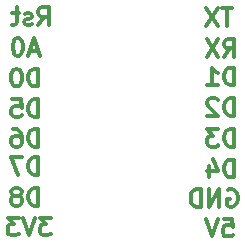
<source format=gbr>
%TF.GenerationSoftware,KiCad,Pcbnew,(5.1.9)-1*%
%TF.CreationDate,2021-04-28T15:15:37+02:00*%
%TF.ProjectId,OpenThermMonitorTwomes,4f70656e-5468-4657-926d-4d6f6e69746f,rev?*%
%TF.SameCoordinates,Original*%
%TF.FileFunction,Legend,Bot*%
%TF.FilePolarity,Positive*%
%FSLAX46Y46*%
G04 Gerber Fmt 4.6, Leading zero omitted, Abs format (unit mm)*
G04 Created by KiCad (PCBNEW (5.1.9)-1) date 2021-04-28 15:15:37*
%MOMM*%
%LPD*%
G01*
G04 APERTURE LIST*
%ADD10C,0.300000*%
G04 APERTURE END LIST*
D10*
X132921142Y-102697571D02*
X131992571Y-102697571D01*
X132492571Y-103269000D01*
X132278285Y-103269000D01*
X132135428Y-103340428D01*
X132064000Y-103411857D01*
X131992571Y-103554714D01*
X131992571Y-103911857D01*
X132064000Y-104054714D01*
X132135428Y-104126142D01*
X132278285Y-104197571D01*
X132706857Y-104197571D01*
X132849714Y-104126142D01*
X132921142Y-104054714D01*
X131564000Y-102697571D02*
X131064000Y-104197571D01*
X130564000Y-102697571D01*
X130206857Y-102697571D02*
X129278285Y-102697571D01*
X129778285Y-103269000D01*
X129564000Y-103269000D01*
X129421142Y-103340428D01*
X129349714Y-103411857D01*
X129278285Y-103554714D01*
X129278285Y-103911857D01*
X129349714Y-104054714D01*
X129421142Y-104126142D01*
X129564000Y-104197571D01*
X129992571Y-104197571D01*
X130135428Y-104126142D01*
X130206857Y-104054714D01*
X131889142Y-101697571D02*
X131889142Y-100197571D01*
X131532000Y-100197571D01*
X131317714Y-100269000D01*
X131174857Y-100411857D01*
X131103428Y-100554714D01*
X131032000Y-100840428D01*
X131032000Y-101054714D01*
X131103428Y-101340428D01*
X131174857Y-101483285D01*
X131317714Y-101626142D01*
X131532000Y-101697571D01*
X131889142Y-101697571D01*
X130174857Y-100840428D02*
X130317714Y-100769000D01*
X130389142Y-100697571D01*
X130460571Y-100554714D01*
X130460571Y-100483285D01*
X130389142Y-100340428D01*
X130317714Y-100269000D01*
X130174857Y-100197571D01*
X129889142Y-100197571D01*
X129746285Y-100269000D01*
X129674857Y-100340428D01*
X129603428Y-100483285D01*
X129603428Y-100554714D01*
X129674857Y-100697571D01*
X129746285Y-100769000D01*
X129889142Y-100840428D01*
X130174857Y-100840428D01*
X130317714Y-100911857D01*
X130389142Y-100983285D01*
X130460571Y-101126142D01*
X130460571Y-101411857D01*
X130389142Y-101554714D01*
X130317714Y-101626142D01*
X130174857Y-101697571D01*
X129889142Y-101697571D01*
X129746285Y-101626142D01*
X129674857Y-101554714D01*
X129603428Y-101411857D01*
X129603428Y-101126142D01*
X129674857Y-100983285D01*
X129746285Y-100911857D01*
X129889142Y-100840428D01*
X131889142Y-99097571D02*
X131889142Y-97597571D01*
X131532000Y-97597571D01*
X131317714Y-97669000D01*
X131174857Y-97811857D01*
X131103428Y-97954714D01*
X131032000Y-98240428D01*
X131032000Y-98454714D01*
X131103428Y-98740428D01*
X131174857Y-98883285D01*
X131317714Y-99026142D01*
X131532000Y-99097571D01*
X131889142Y-99097571D01*
X130532000Y-97597571D02*
X129532000Y-97597571D01*
X130174857Y-99097571D01*
X131889142Y-96697571D02*
X131889142Y-95197571D01*
X131532000Y-95197571D01*
X131317714Y-95269000D01*
X131174857Y-95411857D01*
X131103428Y-95554714D01*
X131032000Y-95840428D01*
X131032000Y-96054714D01*
X131103428Y-96340428D01*
X131174857Y-96483285D01*
X131317714Y-96626142D01*
X131532000Y-96697571D01*
X131889142Y-96697571D01*
X129746285Y-95197571D02*
X130032000Y-95197571D01*
X130174857Y-95269000D01*
X130246285Y-95340428D01*
X130389142Y-95554714D01*
X130460571Y-95840428D01*
X130460571Y-96411857D01*
X130389142Y-96554714D01*
X130317714Y-96626142D01*
X130174857Y-96697571D01*
X129889142Y-96697571D01*
X129746285Y-96626142D01*
X129674857Y-96554714D01*
X129603428Y-96411857D01*
X129603428Y-96054714D01*
X129674857Y-95911857D01*
X129746285Y-95840428D01*
X129889142Y-95769000D01*
X130174857Y-95769000D01*
X130317714Y-95840428D01*
X130389142Y-95911857D01*
X130460571Y-96054714D01*
X131889142Y-94197571D02*
X131889142Y-92697571D01*
X131532000Y-92697571D01*
X131317714Y-92769000D01*
X131174857Y-92911857D01*
X131103428Y-93054714D01*
X131032000Y-93340428D01*
X131032000Y-93554714D01*
X131103428Y-93840428D01*
X131174857Y-93983285D01*
X131317714Y-94126142D01*
X131532000Y-94197571D01*
X131889142Y-94197571D01*
X129674857Y-92697571D02*
X130389142Y-92697571D01*
X130460571Y-93411857D01*
X130389142Y-93340428D01*
X130246285Y-93269000D01*
X129889142Y-93269000D01*
X129746285Y-93340428D01*
X129674857Y-93411857D01*
X129603428Y-93554714D01*
X129603428Y-93911857D01*
X129674857Y-94054714D01*
X129746285Y-94126142D01*
X129889142Y-94197571D01*
X130246285Y-94197571D01*
X130389142Y-94126142D01*
X130460571Y-94054714D01*
X131889142Y-91597571D02*
X131889142Y-90097571D01*
X131532000Y-90097571D01*
X131317714Y-90169000D01*
X131174857Y-90311857D01*
X131103428Y-90454714D01*
X131032000Y-90740428D01*
X131032000Y-90954714D01*
X131103428Y-91240428D01*
X131174857Y-91383285D01*
X131317714Y-91526142D01*
X131532000Y-91597571D01*
X131889142Y-91597571D01*
X130103428Y-90097571D02*
X129960571Y-90097571D01*
X129817714Y-90169000D01*
X129746285Y-90240428D01*
X129674857Y-90383285D01*
X129603428Y-90669000D01*
X129603428Y-91026142D01*
X129674857Y-91311857D01*
X129746285Y-91454714D01*
X129817714Y-91526142D01*
X129960571Y-91597571D01*
X130103428Y-91597571D01*
X130246285Y-91526142D01*
X130317714Y-91454714D01*
X130389142Y-91311857D01*
X130460571Y-91026142D01*
X130460571Y-90669000D01*
X130389142Y-90383285D01*
X130317714Y-90240428D01*
X130246285Y-90169000D01*
X130103428Y-90097571D01*
X131853428Y-88569000D02*
X131139142Y-88569000D01*
X131996285Y-88997571D02*
X131496285Y-87497571D01*
X130996285Y-88997571D01*
X130210571Y-87497571D02*
X130067714Y-87497571D01*
X129924857Y-87569000D01*
X129853428Y-87640428D01*
X129782000Y-87783285D01*
X129710571Y-88069000D01*
X129710571Y-88426142D01*
X129782000Y-88711857D01*
X129853428Y-88854714D01*
X129924857Y-88926142D01*
X130067714Y-88997571D01*
X130210571Y-88997571D01*
X130353428Y-88926142D01*
X130424857Y-88854714D01*
X130496285Y-88711857D01*
X130567714Y-88426142D01*
X130567714Y-88069000D01*
X130496285Y-87783285D01*
X130424857Y-87640428D01*
X130353428Y-87569000D01*
X130210571Y-87497571D01*
X131889428Y-86397571D02*
X132389428Y-85683285D01*
X132746571Y-86397571D02*
X132746571Y-84897571D01*
X132175142Y-84897571D01*
X132032285Y-84969000D01*
X131960857Y-85040428D01*
X131889428Y-85183285D01*
X131889428Y-85397571D01*
X131960857Y-85540428D01*
X132032285Y-85611857D01*
X132175142Y-85683285D01*
X132746571Y-85683285D01*
X131318000Y-86326142D02*
X131175142Y-86397571D01*
X130889428Y-86397571D01*
X130746571Y-86326142D01*
X130675142Y-86183285D01*
X130675142Y-86111857D01*
X130746571Y-85969000D01*
X130889428Y-85897571D01*
X131103714Y-85897571D01*
X131246571Y-85826142D01*
X131318000Y-85683285D01*
X131318000Y-85611857D01*
X131246571Y-85469000D01*
X131103714Y-85397571D01*
X130889428Y-85397571D01*
X130746571Y-85469000D01*
X130246571Y-85397571D02*
X129675142Y-85397571D01*
X130032285Y-84897571D02*
X130032285Y-86183285D01*
X129960857Y-86326142D01*
X129818000Y-86397571D01*
X129675142Y-86397571D01*
X147557714Y-102797571D02*
X148272000Y-102797571D01*
X148343428Y-103511857D01*
X148272000Y-103440428D01*
X148129142Y-103369000D01*
X147772000Y-103369000D01*
X147629142Y-103440428D01*
X147557714Y-103511857D01*
X147486285Y-103654714D01*
X147486285Y-104011857D01*
X147557714Y-104154714D01*
X147629142Y-104226142D01*
X147772000Y-104297571D01*
X148129142Y-104297571D01*
X148272000Y-104226142D01*
X148343428Y-104154714D01*
X147057714Y-102797571D02*
X146557714Y-104297571D01*
X146057714Y-102797571D01*
X147914857Y-100369000D02*
X148057714Y-100297571D01*
X148272000Y-100297571D01*
X148486285Y-100369000D01*
X148629142Y-100511857D01*
X148700571Y-100654714D01*
X148772000Y-100940428D01*
X148772000Y-101154714D01*
X148700571Y-101440428D01*
X148629142Y-101583285D01*
X148486285Y-101726142D01*
X148272000Y-101797571D01*
X148129142Y-101797571D01*
X147914857Y-101726142D01*
X147843428Y-101654714D01*
X147843428Y-101154714D01*
X148129142Y-101154714D01*
X147200571Y-101797571D02*
X147200571Y-100297571D01*
X146343428Y-101797571D01*
X146343428Y-100297571D01*
X145629142Y-101797571D02*
X145629142Y-100297571D01*
X145272000Y-100297571D01*
X145057714Y-100369000D01*
X144914857Y-100511857D01*
X144843428Y-100654714D01*
X144772000Y-100940428D01*
X144772000Y-101154714D01*
X144843428Y-101440428D01*
X144914857Y-101583285D01*
X145057714Y-101726142D01*
X145272000Y-101797571D01*
X145629142Y-101797571D01*
X148479142Y-99297571D02*
X148479142Y-97797571D01*
X148122000Y-97797571D01*
X147907714Y-97869000D01*
X147764857Y-98011857D01*
X147693428Y-98154714D01*
X147622000Y-98440428D01*
X147622000Y-98654714D01*
X147693428Y-98940428D01*
X147764857Y-99083285D01*
X147907714Y-99226142D01*
X148122000Y-99297571D01*
X148479142Y-99297571D01*
X146336285Y-98297571D02*
X146336285Y-99297571D01*
X146693428Y-97726142D02*
X147050571Y-98797571D01*
X146122000Y-98797571D01*
X148479142Y-96697571D02*
X148479142Y-95197571D01*
X148122000Y-95197571D01*
X147907714Y-95269000D01*
X147764857Y-95411857D01*
X147693428Y-95554714D01*
X147622000Y-95840428D01*
X147622000Y-96054714D01*
X147693428Y-96340428D01*
X147764857Y-96483285D01*
X147907714Y-96626142D01*
X148122000Y-96697571D01*
X148479142Y-96697571D01*
X147122000Y-95197571D02*
X146193428Y-95197571D01*
X146693428Y-95769000D01*
X146479142Y-95769000D01*
X146336285Y-95840428D01*
X146264857Y-95911857D01*
X146193428Y-96054714D01*
X146193428Y-96411857D01*
X146264857Y-96554714D01*
X146336285Y-96626142D01*
X146479142Y-96697571D01*
X146907714Y-96697571D01*
X147050571Y-96626142D01*
X147122000Y-96554714D01*
X148479142Y-94097571D02*
X148479142Y-92597571D01*
X148122000Y-92597571D01*
X147907714Y-92669000D01*
X147764857Y-92811857D01*
X147693428Y-92954714D01*
X147622000Y-93240428D01*
X147622000Y-93454714D01*
X147693428Y-93740428D01*
X147764857Y-93883285D01*
X147907714Y-94026142D01*
X148122000Y-94097571D01*
X148479142Y-94097571D01*
X147050571Y-92740428D02*
X146979142Y-92669000D01*
X146836285Y-92597571D01*
X146479142Y-92597571D01*
X146336285Y-92669000D01*
X146264857Y-92740428D01*
X146193428Y-92883285D01*
X146193428Y-93026142D01*
X146264857Y-93240428D01*
X147122000Y-94097571D01*
X146193428Y-94097571D01*
X148479142Y-91497571D02*
X148479142Y-89997571D01*
X148122000Y-89997571D01*
X147907714Y-90069000D01*
X147764857Y-90211857D01*
X147693428Y-90354714D01*
X147622000Y-90640428D01*
X147622000Y-90854714D01*
X147693428Y-91140428D01*
X147764857Y-91283285D01*
X147907714Y-91426142D01*
X148122000Y-91497571D01*
X148479142Y-91497571D01*
X146193428Y-91497571D02*
X147050571Y-91497571D01*
X146622000Y-91497571D02*
X146622000Y-89997571D01*
X146764857Y-90211857D01*
X146907714Y-90354714D01*
X147050571Y-90426142D01*
X147622000Y-89097571D02*
X148122000Y-88383285D01*
X148479142Y-89097571D02*
X148479142Y-87597571D01*
X147907714Y-87597571D01*
X147764857Y-87669000D01*
X147693428Y-87740428D01*
X147622000Y-87883285D01*
X147622000Y-88097571D01*
X147693428Y-88240428D01*
X147764857Y-88311857D01*
X147907714Y-88383285D01*
X148479142Y-88383285D01*
X147122000Y-87597571D02*
X146122000Y-89097571D01*
X146122000Y-87597571D02*
X147122000Y-89097571D01*
X148314857Y-84997571D02*
X147457714Y-84997571D01*
X147886285Y-86497571D02*
X147886285Y-84997571D01*
X147100571Y-84997571D02*
X146100571Y-86497571D01*
X146100571Y-84997571D02*
X147100571Y-86497571D01*
M02*

</source>
